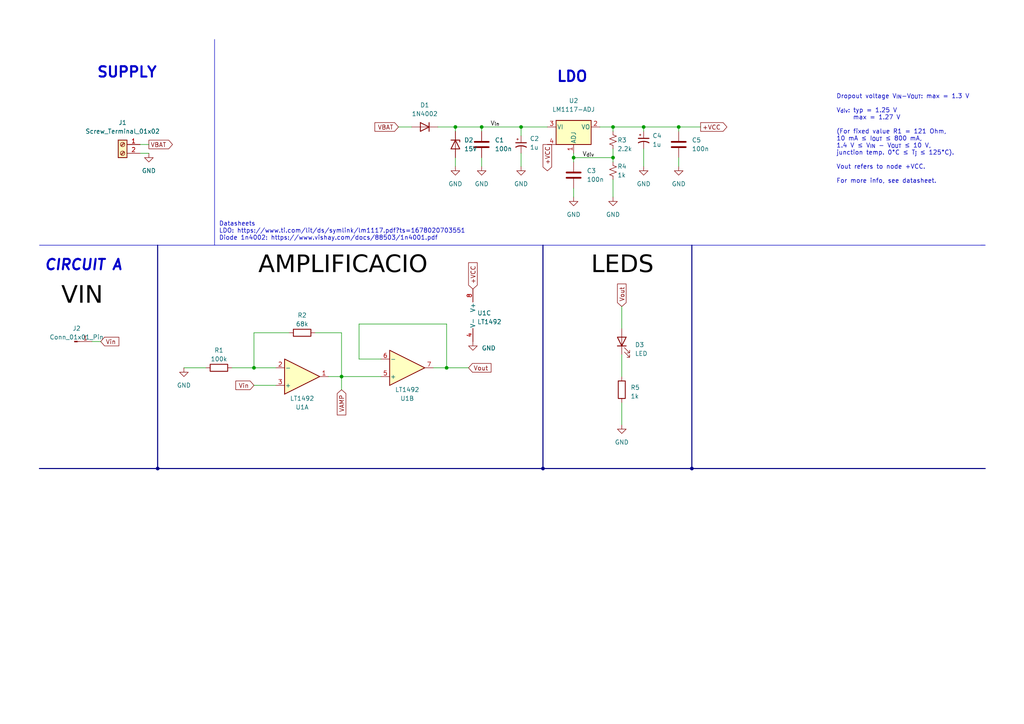
<source format=kicad_sch>
(kicad_sch (version 20230121) (generator eeschema)
  (paper "A4")
  (lib_symbols
    (symbol "Amplifier_Operational:LT1492" (pin_names (offset 0.127))
      (property "Reference" "U" (at 0 5.08 0))
      (property "Value" "LT1492" (at 0 -5.08 0))
      (symbol "LT1492_1_1"
        (polyline (pts (xy -5.08 5.08) (xy 5.08 0) (xy -5.08 -5.08) (xy -5.08 5.08)) (stroke (width 0.254)) (fill (type background)))
        (pin output line (at 7.62 0 180) (length 2.54) (name "~") (number "1"))
        (pin input line (at -7.62 -2.54 0) (length 2.54) (name "-") (number "2"))
        (pin input line (at -7.62 2.54 0) (length 2.54) (name "+") (number "3"))
      )
      (symbol "LT1492_2_1"
        (polyline (pts (xy -5.08 5.08) (xy 5.08 0) (xy -5.08 -5.08) (xy -5.08 5.08)) (stroke (width 0.254)) (fill (type background)))
        (pin input line (at -7.62 2.54 0) (length 2.54) (name "+") (number "5"))
        (pin input line (at -7.62 -2.54 0) (length 2.54) (name "-") (number "6"))
        (pin output line (at 7.62 0 180) (length 2.54) (name "~") (number "7"))
      )
      (symbol "LT1492_3_1"
        (pin power_in line (at -2.54 -7.62 90) (length 3.81) (name "V-") (number "4"))
        (pin power_in line (at -2.54 7.62 270) (length 3.81) (name "V+") (number "8"))
      )
    )
    (symbol "Connector:Conn_01x01_Pin" (pin_names (offset 1.016) hide)
      (property "Reference" "J" (at 0 2.54 0))
      (property "Value" "Conn_01x01_Pin" (at 0 -2.54 0))
      (symbol "Conn_01x01_Pin_1_1"
        (polyline (pts (xy 1.27 0) (xy 0.8636 0)) (stroke (width 0.1524)))
        (rectangle (start 0.8636 0.127) (end 0 -0.127) (stroke (width 0.1524)) (fill (type outline)))
        (pin passive line (at 5.08 0 180) (length 3.81) (name "Pin_1") (number "1"))
      )
    )
    (symbol "Connector:Screw_Terminal_01x02" (pin_names (offset 1.016) hide)
      (property "Reference" "J" (at 0 2.54 0))
      (property "Value" "Screw_Terminal_01x02" (at 0 -5.08 0))
      (symbol "Screw_Terminal_01x02_1_1"
        (rectangle (start -1.27 1.27) (end 1.27 -3.81) (stroke (width 0.254)) (fill (type background)))
        (circle (center 0 -2.54) (radius 0.635) (stroke (width 0.1524)))
        (polyline (pts (xy -0.5334 -2.2098) (xy 0.3302 -3.048)) (stroke (width 0.1524)))
        (polyline (pts (xy -0.5334 0.3302) (xy 0.3302 -0.508)) (stroke (width 0.1524)))
        (polyline (pts (xy -0.3556 -2.032) (xy 0.508 -2.8702)) (stroke (width 0.1524)))
        (polyline (pts (xy -0.3556 0.508) (xy 0.508 -0.3302)) (stroke (width 0.1524)))
        (circle (center 0 0) (radius 0.635) (stroke (width 0.1524)))
        (pin passive line (at -5.08 0 0) (length 3.81) (name "Pin_1") (number "1"))
        (pin passive line (at -5.08 -2.54 0) (length 3.81) (name "Pin_2") (number "2"))
      )
    )
    (symbol "Device:C" (pin_numbers hide) (pin_names (offset 0.254))
      (property "Reference" "C" (at 0.635 2.54 0))
      (property "Value" "C" (at 0.635 -2.54 0))
      (symbol "C_0_1"
        (polyline (pts (xy -2.032 -0.762) (xy 2.032 -0.762)) (stroke (width 0.508)))
        (polyline (pts (xy -2.032 0.762) (xy 2.032 0.762)) (stroke (width 0.508)))
      )
      (symbol "C_1_1"
        (pin passive line (at 0 3.81 270) (length 2.794) (name "~") (number "1"))
        (pin passive line (at 0 -3.81 90) (length 2.794) (name "~") (number "2"))
      )
    )
    (symbol "Device:C_Polarized_Small_US" (pin_numbers hide) (pin_names (offset 0.254) hide)
      (property "Reference" "C" (at 0.254 1.778 0))
      (property "Value" "C_Polarized_Small_US" (at 0.254 -2.032 0))
      (symbol "C_Polarized_Small_US_0_1"
        (polyline (pts (xy -1.524 0.508) (xy 1.524 0.508)) (stroke (width 0.3048)))
        (polyline (pts (xy -1.27 1.524) (xy -0.762 1.524)))
        (polyline (pts (xy -1.016 1.27) (xy -1.016 1.778)))
        (arc (start 1.524 -0.762) (mid 0 -0.3734) (end -1.524 -0.762) (stroke (width 0.3048)))
      )
      (symbol "C_Polarized_Small_US_1_1"
        (pin passive line (at 0 2.54 270) (length 2.032) (name "~") (number "1"))
        (pin passive line (at 0 -2.54 90) (length 2.032) (name "~") (number "2"))
      )
    )
    (symbol "Device:D_Zener" (pin_numbers hide) (pin_names (offset 1.016) hide)
      (property "Reference" "D" (at 0 2.54 0))
      (property "Value" "D_Zener" (at 0 -2.54 0))
      (symbol "D_Zener_0_1"
        (polyline (pts (xy 1.27 0) (xy -1.27 0)))
        (polyline (pts (xy -1.27 -1.27) (xy -1.27 1.27) (xy -0.762 1.27)) (stroke (width 0.254)))
        (polyline (pts (xy 1.27 -1.27) (xy 1.27 1.27) (xy -1.27 0) (xy 1.27 -1.27)) (stroke (width 0.254)))
      )
      (symbol "D_Zener_1_1"
        (pin passive line (at -3.81 0 0) (length 2.54) (name "K") (number "1"))
        (pin passive line (at 3.81 0 180) (length 2.54) (name "A") (number "2"))
      )
    )
    (symbol "Device:LED" (pin_numbers hide) (pin_names (offset 1.016) hide)
      (property "Reference" "D" (at 0 2.54 0))
      (property "Value" "LED" (at 0 -2.54 0))
      (symbol "LED_0_1"
        (polyline (pts (xy -1.27 -1.27) (xy -1.27 1.27)) (stroke (width 0.254)))
        (polyline (pts (xy -1.27 0) (xy 1.27 0)))
        (polyline (pts (xy 1.27 -1.27) (xy 1.27 1.27) (xy -1.27 0) (xy 1.27 -1.27)) (stroke (width 0.254)))
        (polyline (pts (xy -3.048 -0.762) (xy -4.572 -2.286) (xy -3.81 -2.286) (xy -4.572 -2.286) (xy -4.572 -1.524)))
        (polyline (pts (xy -1.778 -0.762) (xy -3.302 -2.286) (xy -2.54 -2.286) (xy -3.302 -2.286) (xy -3.302 -1.524)))
      )
      (symbol "LED_1_1"
        (pin passive line (at -3.81 0 0) (length 2.54) (name "K") (number "1"))
        (pin passive line (at 3.81 0 180) (length 2.54) (name "A") (number "2"))
      )
    )
    (symbol "Device:R" (pin_numbers hide) (pin_names (offset 0))
      (property "Reference" "R" (at 2.032 0 90))
      (property "Value" "R" (at 0 0 90))
      (symbol "R_0_1"
        (rectangle (start -1.016 -2.54) (end 1.016 2.54) (stroke (width 0.254)))
      )
      (symbol "R_1_1"
        (pin passive line (at 0 3.81 270) (length 1.27) (name "~") (number "1"))
        (pin passive line (at 0 -3.81 90) (length 1.27) (name "~") (number "2"))
      )
    )
    (symbol "Device:R_Small_US" (pin_numbers hide) (pin_names (offset 0.254) hide)
      (property "Reference" "R" (at 0.762 0.508 0))
      (property "Value" "R_Small_US" (at 0.762 -1.016 0))
      (symbol "R_Small_US_1_1"
        (polyline (pts (xy 0 0) (xy 1.016 -0.381) (xy 0 -0.762) (xy -1.016 -1.143) (xy 0 -1.524)))
        (polyline (pts (xy 0 1.524) (xy 1.016 1.143) (xy 0 0.762) (xy -1.016 0.381) (xy 0 0)))
        (pin passive line (at 0 2.54 270) (length 1.016) (name "~") (number "1"))
        (pin passive line (at 0 -2.54 90) (length 1.016) (name "~") (number "2"))
      )
    )
    (symbol "Diode:1N4002" (pin_numbers hide) (pin_names hide)
      (property "Reference" "D" (at 0 2.54 0))
      (property "Value" "1N4002" (at 0 -2.54 0))
      (symbol "1N4002_0_1"
        (polyline (pts (xy -1.27 1.27) (xy -1.27 -1.27)) (stroke (width 0.254)))
        (polyline (pts (xy 1.27 0) (xy -1.27 0)))
        (polyline (pts (xy 1.27 1.27) (xy 1.27 -1.27) (xy -1.27 0) (xy 1.27 1.27)) (stroke (width 0.254)))
      )
      (symbol "1N4002_1_1"
        (pin passive line (at -3.81 0 0) (length 2.54) (name "K") (number "1"))
        (pin passive line (at 3.81 0 180) (length 2.54) (name "A") (number "2"))
      )
    )
    (symbol "Regulator_Linear:LM1117-ADJ" (pin_names (offset 0.254))
      (property "Reference" "U2" (at 0 7.62 0))
      (property "Value" "LM1117-ADJ" (at 0 5.08 0))
      (symbol "LM1117-ADJ_0_1"
        (rectangle (start -5.08 -5.08) (end 5.08 1.905) (stroke (width 0.254)) (fill (type background)))
      )
      (symbol "LM1117-ADJ_1_1"
        (pin input line (at 0 -7.62 90) (length 2.54) (name "ADJ") (number "1"))
        (pin power_out line (at 7.62 0 180) (length 2.54) (name "VO") (number "2"))
        (pin power_in line (at -7.62 0 0) (length 2.54) (name "VI") (number "3"))
        (pin passive line (at -7.62 -5.08 0) (length 2.54) (name "") (number "4"))
      )
    )
    (symbol "power:GND" (power) (pin_names (offset 0))
      (property "Value" "GND" (at 0 -3.81 0))
      (symbol "GND_0_1"
        (polyline (pts (xy 0 0) (xy 0 -1.27) (xy 1.27 -1.27) (xy 0 -2.54) (xy -1.27 -1.27) (xy 0 -1.27)))
      )
      (symbol "GND_1_1"
        (pin power_in line (at 0 0 270) (length 0) hide (name "GND") (number "1"))
      )
    )
  )
  (junction (at 177.8 36.83))
  (junction (at 166.37 45.72))
  (junction (at 177.8 45.72))
  (junction (at 99.06 109.22))
  (junction (at 151.13 36.83))
  (junction (at 45.72 135.89))
  (junction (at 157.48 135.89))
  (junction (at 132.08 36.83))
  (junction (at 139.7 36.83))
  (junction (at 73.66 106.68))
  (junction (at 200.66 135.89))
  (junction (at 196.85 36.83))
  (junction (at 186.69 36.83))
  (junction (at 129.54 106.68))
  (wire (pts (xy 73.66 111.76) (xy 80.01 111.76)))
  (bus (pts (xy 45.72 135.89) (xy 157.48 135.89)))
  (wire (pts (xy 177.8 36.83) (xy 177.8 38.1)))
  (wire (pts (xy 95.25 109.22) (xy 99.06 109.22)))
  (wire (pts (xy 80.01 106.68) (xy 73.66 106.68)))
  (wire (pts (xy 196.85 36.83) (xy 203.2 36.83)))
  (wire (pts (xy 151.13 36.83) (xy 158.75 36.83)))
  (wire (pts (xy 129.54 93.98) (xy 129.54 106.68)))
  (bus (pts (xy 11.43 135.89) (xy 45.72 135.89)))
  (wire (pts (xy 177.8 36.83) (xy 186.69 36.83)))
  (wire (pts (xy 132.08 36.83) (xy 132.08 38.1)))
  (wire (pts (xy 186.69 36.83) (xy 196.85 36.83)))
  (wire (pts (xy 186.69 43.18) (xy 186.69 48.26)))
  (wire (pts (xy 73.66 96.52) (xy 83.82 96.52)))
  (wire (pts (xy 180.34 102.87) (xy 180.34 109.22)))
  (wire (pts (xy 196.85 36.83) (xy 196.85 38.1)))
  (wire (pts (xy 177.8 45.72) (xy 177.8 46.99)))
  (polyline (pts (xy 11.43 71.12) (xy 285.75 71.12)))
  (bus (pts (xy 200.66 135.89) (xy 285.75 135.89)))
  (wire (pts (xy 139.7 36.83) (xy 151.13 36.83)))
  (wire (pts (xy 196.85 45.72) (xy 196.85 48.26)))
  (wire (pts (xy 104.14 93.98) (xy 104.14 104.14)))
  (wire (pts (xy 104.14 93.98) (xy 129.54 93.98)))
  (wire (pts (xy 129.54 106.68) (xy 135.89 106.68)))
  (bus (pts (xy 157.48 135.89) (xy 200.66 135.89)))
  (wire (pts (xy 99.06 96.52) (xy 99.06 109.22)))
  (wire (pts (xy 67.31 106.68) (xy 73.66 106.68)))
  (wire (pts (xy 151.13 44.45) (xy 151.13 48.26)))
  (wire (pts (xy 180.34 88.9) (xy 180.34 95.25)))
  (wire (pts (xy 91.44 96.52) (xy 99.06 96.52)))
  (wire (pts (xy 177.8 52.07) (xy 177.8 57.15)))
  (bus (pts (xy 157.48 71.12) (xy 157.48 135.89)))
  (wire (pts (xy 166.37 44.45) (xy 166.37 45.72)))
  (wire (pts (xy 166.37 45.72) (xy 166.37 46.99)))
  (polyline (pts (xy 62.23 11.43) (xy 62.23 71.12)))
  (wire (pts (xy 115.57 36.83) (xy 119.38 36.83)))
  (wire (pts (xy 132.08 36.83) (xy 139.7 36.83)))
  (wire (pts (xy 166.37 45.72) (xy 177.8 45.72)))
  (wire (pts (xy 43.18 41.91) (xy 40.64 41.91)))
  (wire (pts (xy 110.49 104.14) (xy 104.14 104.14)))
  (wire (pts (xy 177.8 43.18) (xy 177.8 45.72)))
  (wire (pts (xy 53.34 106.68) (xy 59.69 106.68)))
  (polyline (pts (xy 284.48 71.12) (xy 285.75 71.12)))
  (wire (pts (xy 186.69 36.83) (xy 186.69 38.1)))
  (wire (pts (xy 151.13 36.83) (xy 151.13 39.37)))
  (wire (pts (xy 166.37 54.61) (xy 166.37 57.15)))
  (wire (pts (xy 139.7 36.83) (xy 139.7 38.1)))
  (wire (pts (xy 127 36.83) (xy 132.08 36.83)))
  (wire (pts (xy 43.18 44.45) (xy 40.64 44.45)))
  (bus (pts (xy 200.66 71.12) (xy 200.66 135.89)))
  (wire (pts (xy 99.06 109.22) (xy 110.49 109.22)))
  (wire (pts (xy 29.21 99.06) (xy 26.67 99.06)))
  (wire (pts (xy 180.34 116.84) (xy 180.34 123.19)))
  (wire (pts (xy 132.08 45.72) (xy 132.08 48.26)))
  (wire (pts (xy 73.66 106.68) (xy 73.66 96.52)))
  (wire (pts (xy 125.73 106.68) (xy 129.54 106.68)))
  (wire (pts (xy 139.7 45.72) (xy 139.7 48.26)))
  (wire (pts (xy 99.06 109.22) (xy 99.06 113.03)))
  (bus (pts (xy 45.72 71.12) (xy 45.72 135.89)))
  (wire (pts (xy 173.99 36.83) (xy 177.8 36.83)))
  (text "Dropout voltage V_{IN}-V_{OUT}: max = 1.3 V\n\nV_{div}: typ = 1.25 V\n	max = 1.27 V\n\n(For fixed value R1 = 121 Ohm,\n10 mA ≤ I_{OUT} ≤ 800 mA,\n1.4 V ≤ V_{IN} - V_{OUT} ≤ 10 V,\njunction temp. 0°C ≤ T_{j} ≤ 125°C).\n\nVout refers to node +VCC.\n\nFor more info, see datasheet." (at 242.57 53.34 0) (effects (font (size 1.27 1.27)) (justify left bottom)))
  (text "AMPLIFICACIO" (at 74.93 81.28 0) (effects (font (size 5 5)) (justify left bottom)))
  (text "CIRCUIT A" (at 12.7 78.74 0) (effects (font (size 3 3) (thickness 0.6) bold italic) (justify left bottom)))
  (text "LEDS" (at 171.45 81.28 0) (effects (font (size 5 5)) (justify left bottom)))
  (text "SUPPLY" (at 27.94 22.86 0) (effects (font (size 3 3) (thickness 0.6) bold) (justify left bottom)))
  (text "Datasheets\nLDO: https://www.ti.com/lit/ds/symlink/lm1117.pdf?ts=1678020703551\nDiode 1n4002: https://www.vishay.com/docs/88503/1n4001.pdf" (at 63.5 69.85 0) (effects (font (size 1.27 1.27)) (justify left bottom)))
  (text "LDO" (at 161.29 24.13 0) (effects (font (size 3 3) bold) (justify left bottom)))
  (text "VIN" (at 17.78 90.17 0) (effects (font (size 5 5)) (justify left bottom)))
  (label "V_{in}" (at 142.24 36.83 0))
  (label "V_{div}" (at 168.91 45.72 0))
  (global_label "VBAT" (shape input) (at 115.57 36.83 180) (property "Intersheetrefs" "${INTERSHEET_REFS}" (effects hide)))
  (global_label "+VCC" (shape output) (at 203.2 36.83 0) (property "Intersheetrefs" "${INTERSHEET_REFS}" (effects hide)))
  (global_label "VAMP" (shape input) (at 99.06 113.03 270) (property "Intersheetrefs" "${INTERSHEET_REFS}" (effects hide)))
  (global_label "Vin" (shape input) (at 73.66 111.76 180) (property "Intersheetrefs" "${INTERSHEET_REFS}" (effects hide)))
  (global_label "Vin" (shape input) (at 29.21 99.06 0) (property "Intersheetrefs" "${INTERSHEET_REFS}" (effects hide)))
  (global_label "+VCC" (shape input) (at 137.16 83.82 90) (property "Intersheetrefs" "${INTERSHEET_REFS}" (effects hide)))
  (global_label "Vout" (shape input) (at 180.34 88.9 90) (property "Intersheetrefs" "${INTERSHEET_REFS}" (effects hide)))
  (global_label "VBAT" (shape output) (at 43.18 41.91 0) (property "Intersheetrefs" "${INTERSHEET_REFS}" (effects hide)))
  (global_label "+VCC" (shape output) (at 158.75 41.91 270) (property "Intersheetrefs" "${INTERSHEET_REFS}" (effects hide)))
  (global_label "Vout" (shape input) (at 135.89 106.68 0) (property "Intersheetrefs" "${INTERSHEET_REFS}" (effects hide)))
  (symbol (lib_id "power:GND") (at 137.16 99.06 0) (unit 1)
    (property "Reference" "#PWR06" (effects hide))
    (property "Value" "GND" (at 139.7 100.965 0) (effects (justify left)))
  )
  (symbol (lib_id "Device:C") (at 166.37 50.8 0) (unit 1)
    (property "Reference" "C3" (at 170.18 49.5299 0) (effects (justify left)))
    (property "Value" "100n" (at 170.18 52.0699 0) (effects (justify left)))
    (property "Footprint" "Capacitor_SMD:C_0805_2012Metric" (effects hide))
  )
  (symbol (lib_id "power:GND") (at 43.18 44.45 0) (unit 1)
    (property "Reference" "#PWR01" (effects hide))
    (property "Value" "GND" (at 43.18 49.53 0))
  )
  (symbol (lib_id "power:GND") (at 132.08 48.26 0) (unit 1)
    (property "Reference" "#PWR04" (effects hide))
    (property "Value" "GND" (at 132.08 53.34 0))
  )
  (symbol (lib_id "Amplifier_Operational:LT1492") (at 118.11 106.68 0) (mirror x) (unit 2)
    (property "Reference" "U1" (at 118.11 115.57 0))
    (property "Value" "LT1492" (at 118.11 113.03 0))
    (property "Footprint" "Package_SO:SOIC-8_3.9x4.9mm_P1.27mm" (effects hide))
    (property "Datasheet" "https://www.analog.com/media/en/technical-documentation/data-sheets/14923f.pdf" (effects hide))
  )
  (symbol (lib_id "Amplifier_Operational:LT1492") (at 139.7 91.44 0) (unit 3)
    (property "Reference" "U1" (at 138.43 90.805 0) (effects (justify left)))
    (property "Value" "LT1492" (at 138.43 93.345 0) (effects (justify left)))
    (property "Footprint" "Package_SO:SOIC-8_3.9x4.9mm_P1.27mm" (effects hide))
    (property "Datasheet" "https://www.analog.com/media/en/technical-documentation/data-sheets/14923f.pdf" (effects hide))
  )
  (symbol (lib_id "Diode:1N4002") (at 123.19 36.83 0) (mirror y) (unit 1)
    (property "Reference" "D1" (at 123.19 30.48 0))
    (property "Value" "1N4002" (at 123.19 33.02 0))
    (property "Footprint" "Diode_THT:D_DO-41_SOD81_P10.16mm_Horizontal" (effects hide))
    (property "Datasheet" "http://www.vishay.com/docs/88503/1n4001.pdf" (effects hide))
  )
  (symbol (lib_id "Device:R") (at 63.5 106.68 90) (unit 1)
    (property "Reference" "R1" (at 63.5 101.6 90))
    (property "Value" "100k" (at 63.5 104.14 90))
    (property "Footprint" "Resistor_SMD:R_1206_3216Metric" (effects hide))
  )
  (symbol (lib_id "power:GND") (at 166.37 57.15 0) (unit 1)
    (property "Reference" "#PWR08" (effects hide))
    (property "Value" "GND" (at 166.37 62.23 0))
  )
  (symbol (lib_id "Regulator_Linear:LM1117-ADJ") (at 166.37 36.83 0) (unit 1)
    (property "Reference" "U2" (at 166.37 29.21 0))
    (property "Value" "LM1117-ADJ" (at 166.37 31.75 0))
    (property "Footprint" "Package_TO_SOT_THT:TO-220-3_Horizontal_TabDown" (effects hide))
    (property "Datasheet" "http://www.ti.com/lit/ds/symlink/lm1117.pdf" (effects hide))
  )
  (symbol (lib_id "Device:LED") (at 180.34 99.06 90) (unit 1)
    (property "Reference" "D3" (at 184.15 100.0125 90) (effects (justify right)))
    (property "Value" "LED" (at 184.15 102.5525 90) (effects (justify right)))
    (property "Footprint" "Diode_THT:D_A-405_P2.54mm_Vertical_AnodeUp" (effects hide))
  )
  (symbol (lib_id "power:GND") (at 180.34 123.19 0) (unit 1)
    (property "Reference" "#PWR012" (effects hide))
    (property "Value" "GND" (at 180.34 128.27 0))
  )
  (symbol (lib_id "Device:D_Zener") (at 132.08 41.91 270) (unit 1)
    (property "Reference" "D2" (at 134.62 40.6399 90) (effects (justify left)))
    (property "Value" "15V" (at 134.62 43.18 90) (effects (justify left)))
    (property "Footprint" "Diode_THT:D_5W_P5.08mm_Vertical_AnodeUp" (effects hide))
  )
  (symbol (lib_id "Device:C") (at 139.7 41.91 0) (unit 1)
    (property "Reference" "C1" (at 143.51 40.6399 0) (effects (justify left)))
    (property "Value" "100n" (at 143.51 43.1799 0) (effects (justify left)))
    (property "Footprint" "Capacitor_SMD:C_0805_2012Metric" (effects hide))
  )
  (symbol (lib_id "Device:C_Polarized_Small_US") (at 186.69 40.64 0) (unit 1)
    (property "Reference" "C4" (at 189.23 39.37 0) (effects (justify left)))
    (property "Value" "1u" (at 189.23 41.91 0) (effects (justify left)))
    (property "Footprint" "Capacitor_THT:C_Disc_D3.0mm_W1.6mm_P2.50mm" (effects hide))
  )
  (symbol (lib_id "Device:C_Polarized_Small_US") (at 151.13 41.91 0) (unit 1)
    (property "Reference" "C2" (at 153.67 40.2081 0) (effects (justify left)))
    (property "Value" "1u" (at 153.67 42.7481 0) (effects (justify left)))
    (property "Footprint" "Capacitor_THT:C_Disc_D3.0mm_W1.6mm_P2.50mm" (effects hide))
  )
  (symbol (lib_id "Device:R_Small_US") (at 177.8 40.64 0) (unit 1)
    (property "Reference" "R3" (at 179.07 40.64 0) (effects (justify left)))
    (property "Value" "2.2k" (at 179.07 43.18 0) (effects (justify left)))
    (property "Footprint" "Resistor_SMD:R_0805_2012Metric" (effects hide))
  )
  (symbol (lib_id "Connector:Screw_Terminal_01x02") (at 35.56 41.91 0) (mirror y) (unit 1)
    (property "Reference" "J1" (at 35.56 35.56 0))
    (property "Value" "Screw_Terminal_01x02" (at 35.56 38.1 0))
    (property "Footprint" "Connector_PinSocket_2.54mm:PinSocket_1x02_P2.54mm_Vertical" (effects hide))
  )
  (symbol (lib_id "Connector:Conn_01x01_Pin") (at 21.59 99.06 0) (unit 1)
    (property "Reference" "J2" (at 22.225 95.25 0))
    (property "Value" "Conn_01x01_Pin" (at 22.225 97.79 0))
    (property "Footprint" "Connector_PinSocket_2.54mm:PinSocket_1x01_P2.54mm_Vertical" (effects hide))
  )
  (symbol (lib_id "Device:R") (at 87.63 96.52 90) (unit 1)
    (property "Reference" "R2" (at 87.63 91.44 90))
    (property "Value" "68k" (at 87.63 93.98 90))
    (property "Footprint" "Resistor_SMD:R_1206_3216Metric" (effects hide))
  )
  (symbol (lib_id "Device:C") (at 196.85 41.91 0) (unit 1)
    (property "Reference" "C5" (at 200.66 40.6399 0) (effects (justify left)))
    (property "Value" "100n" (at 200.66 43.1799 0) (effects (justify left)))
    (property "Footprint" "Capacitor_SMD:C_0805_2012Metric" (effects hide))
  )
  (symbol (lib_id "power:GND") (at 196.85 48.26 0) (unit 1)
    (property "Reference" "#PWR011" (effects hide))
    (property "Value" "GND" (at 196.85 53.34 0))
  )
  (symbol (lib_id "power:GND") (at 53.34 106.68 0) (unit 1)
    (property "Reference" "#PWR03" (effects hide))
    (property "Value" "GND" (at 53.34 111.76 0))
  )
  (symbol (lib_id "power:GND") (at 186.69 48.26 0) (unit 1)
    (property "Reference" "#PWR010" (effects hide))
    (property "Value" "GND" (at 186.69 53.34 0))
  )
  (symbol (lib_id "power:GND") (at 151.13 48.26 0) (unit 1)
    (property "Reference" "#PWR07" (effects hide))
    (property "Value" "GND" (at 151.13 53.34 0))
  )
  (symbol (lib_id "Amplifier_Operational:LT1492") (at 87.63 109.22 0) (mirror x) (unit 1)
    (property "Reference" "U1" (at 87.63 118.11 0))
    (property "Value" "LT1492" (at 87.63 115.57 0))
    (property "Footprint" "Package_SO:SOIC-8_3.9x4.9mm_P1.27mm" (effects hide))
    (property "Datasheet" "https://www.analog.com/media/en/technical-documentation/data-sheets/14923f.pdf" (effects hide))
  )
  (symbol (lib_id "Device:R") (at 180.34 113.03 0) (unit 1)
    (property "Reference" "R5" (at 182.88 112.395 0) (effects (justify left)))
    (property "Value" "1k" (at 182.88 114.935 0) (effects (justify left)))
    (property "Footprint" "Resistor_THT:R_Axial_DIN0204_L3.6mm_D1.6mm_P5.08mm_Horizontal" (effects hide))
  )
  (symbol (lib_id "Device:R_Small_US") (at 177.8 49.53 0) (unit 1)
    (property "Reference" "R4" (at 179.07 48.26 0) (effects (justify left)))
    (property "Value" "1k" (at 179.07 50.8 0) (effects (justify left)))
    (property "Footprint" "Resistor_SMD:R_0805_2012Metric" (effects hide))
  )
  (symbol (lib_id "power:GND") (at 177.8 57.15 0) (unit 1)
    (property "Reference" "#PWR09" (effects hide))
    (property "Value" "GND" (at 177.8 62.23 0))
  )
  (symbol (lib_id "power:GND") (at 139.7 48.26 0) (unit 1)
    (property "Reference" "#PWR05" (effects hide))
    (property "Value" "GND" (at 139.7 53.34 0))
  )
)
</source>
